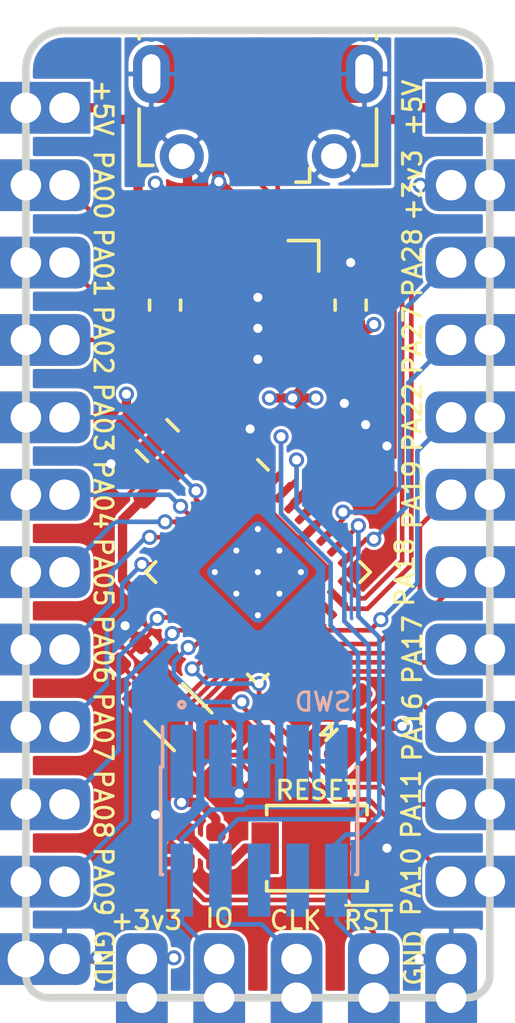
<source format=kicad_pcb>
(kicad_pcb (version 20171130) (host pcbnew "(5.1.9)-1")
  (title_block (title atsamd21e18a) (date 2020-11-09) (rev 2020-04) (company fourside.io))
  (layers (0 F.Cu signal) (1 In1.Cu power) (2 In2.Cu power) (31 B.Cu signal) (34 B.Paste user) (35 F.Paste user) (36 B.SilkS user) (37 F.SilkS user) (38 B.Mask user) (39 F.Mask user) (44 Edge.Cuts user))
  (net 0 "")
  (net 1 +3V3)
  (net 2 GND)
  (net 3 /VDDANA)
  (net 4 +5V)
  (net 5 /PA14)
  (net 6 /PA15)
  (net 7 /~RESET)
  (net 8 "Net-(D1-Pad2)")
  (net 9 /USB_D+)
  (net 10 /USB_D-)
  (net 11 /PA11)
  (net 12 /PA10)
  (net 13 /PA09)
  (net 14 /PA08)
  (net 15 /PA07)
  (net 16 /PA06)
  (net 17 /PA05)
  (net 18 /PA04)
  (net 19 /PA03)
  (net 20 /PA02)
  (net 21 /PA01)
  (net 22 /PA00)
  (net 23 /PA16)
  (net 24 /PA17)
  (net 25 /PA18)
  (net 26 /PA19)
  (net 27 /PA22)
  (net 28 /PA27)
  (net 29 /PA28)
  (net 30 /SWD_CLK)
  (net 31 /SWD_IO)
  (net 32 "Net-(J4-Pad8)")
  (net 33 "Net-(J4-Pad7)")
  (net 34 "Net-(J4-Pad6)")
  (net 35 "Net-(R2-Pad1)")
  (net 36 "Net-(U1-Pad3)")
  (net 37 /VDDCORE)
  (net 38 /PA23)
  (net 39 "Net-(J1-Pad4)")
  (net 40 /USB_SHIELD)
  (module LED_SMD:LED_0805_2012Metric (layer F.Cu) (at 37.8 45.8 135)
    (fp_text reference D1 hide)
    (fp_text value PWR_LED)
    (pad 2 smd roundrect (at 0.9375 0 135) (size 0.975 1.4) (layers F.Cu F.Paste F.Mask) (net 8 "Net-(D1-Pad2)"))
    (pad 1 smd roundrect (at -0.9375 0 135) (size 0.975 1.4) (layers F.Cu F.Paste F.Mask) (net 2 GND))
  )
  (module Connector_PinHeader_1.27mm:PinHeader_2x05_P1.27mm_Vertical_SMD (layer B.Cu) (at 35.6 48.8 270)
    (fp_text reference J4 hide)
    (fp_text value SWD_1.27)
    (pad 10 smd rect (at 1.95 -2.54 270) (size 2.4 0.74) (layers B.Cu B.Paste B.Mask) (net 7 /~RESET))
    (pad 9 smd rect (at -1.95 -2.54 270) (size 2.4 0.74) (layers B.Cu B.Paste B.Mask) (net 2 GND))
    (pad 8 smd rect (at 1.95 -1.27 270) (size 2.4 0.74) (layers B.Cu B.Paste B.Mask) (net 32 "Net-(J4-Pad8)"))
    (pad 7 smd rect (at -1.95 -1.27 270) (size 2.4 0.74) (layers B.Cu B.Paste B.Mask) (net 33 "Net-(J4-Pad7)"))
    (pad 6 smd rect (at 1.95 0 270) (size 2.4 0.74) (layers B.Cu B.Paste B.Mask) (net 34 "Net-(J4-Pad6)"))
    (pad 5 smd rect (at -1.95 0 270) (size 2.4 0.74) (layers B.Cu B.Paste B.Mask) (net 2 GND))
    (pad 4 smd rect (at 1.95 1.27 270) (size 2.4 0.74) (layers B.Cu B.Paste B.Mask) (net 30 /SWD_CLK))
    (pad 3 smd rect (at -1.95 1.27 270) (size 2.4 0.74) (layers B.Cu B.Paste B.Mask) (net 2 GND))
    (pad 2 smd rect (at 1.95 2.54 270) (size 2.4 0.74) (layers B.Cu B.Paste B.Mask) (net 31 /SWD_IO))
    (pad 1 smd rect (at -1.95 2.54 270) (size 2.4 0.74) (layers B.Cu B.Paste B.Mask) (net 1 +3V3))
  )
  (module Crystal:Crystal_SMD_3215-2Pin_3.2x1.5mm (layer F.Cu) (at 32.95 45.4 135)
    (fp_text reference Y1 hide)
    (fp_text value ABS07-32.768KHZ)
    (pad 2 smd rect (at -1.25 0 135) (size 1 1.8) (layers F.Cu F.Paste F.Mask) (net 6 /PA15))
    (pad 1 smd rect (at 1.25 0 135) (size 1 1.8) (layers F.Cu F.Paste F.Mask) (net 5 /PA14))
  )
  (module Connector_PinHeader_2.54mm:PinHeader_1x04_P2.54mm_Vertical (layer F.Cu) (at 31.75 53.34 90)
    (fp_text reference J5 hide)
    (fp_text value SWD_2.54)
    (pad 4 thru_hole roundrect (at 0 7.62 90) (size 1.7 1.7) (drill 1) (layers *.Cu *.Mask) (net 7 /~RESET))
    (pad 3 thru_hole roundrect (at 0 5.08 90) (size 1.7 1.7) (drill 1) (layers *.Cu *.Mask) (net 30 /SWD_CLK))
    (pad 2 thru_hole roundrect (at 0 2.54 90) (size 1.7 1.7) (drill 1) (layers *.Cu *.Mask) (net 31 /SWD_IO))
    (pad 1 thru_hole roundrect (at 0 0 90) (size 1.7 1.7) (drill 1) (layers *.Cu *.Mask) (net 1 +3V3))
    (pad 3 thru_hole rect (at -1.27 5.08 90) (size 1.7 1.7) (drill 1) (layers *.Cu *.Mask) (net 30 /SWD_CLK))
    (pad 4 thru_hole rect (at -1.27 7.62 90) (size 1.7 1.7) (drill 1) (layers *.Cu *.Mask) (net 7 /~RESET))
    (pad 2 thru_hole rect (at -1.27 2.54 90) (size 1.7 1.7) (drill 1) (layers *.Cu *.Mask) (net 31 /SWD_IO))
    (pad 1 thru_hole rect (at -1.27 0 90) (size 1.7 1.7) (drill 1) (layers *.Cu *.Mask) (net 1 +3V3))
  )
  (module Connector_PinHeader_2.54mm:PinHeader_1x12_P2.54mm_Vertical (layer B.Cu) (at 41.91 25.4 180)
    (fp_text reference J3 hide)
    (fp_text value B)
    (pad 12 thru_hole roundrect (at 0 -27.94 180) (size 1.7 1.7) (drill 1) (layers *.Cu *.Mask) (net 2 GND))
    (pad 11 thru_hole roundrect (at 0 -25.4 180) (size 1.7 1.7) (drill 1) (layers *.Cu *.Mask) (net 12 /PA10))
    (pad 10 thru_hole roundrect (at 0 -22.86 180) (size 1.7 1.7) (drill 1) (layers *.Cu *.Mask) (net 11 /PA11))
    (pad 9 thru_hole roundrect (at 0 -20.32 180) (size 1.7 1.7) (drill 1) (layers *.Cu *.Mask) (net 23 /PA16))
    (pad 8 thru_hole roundrect (at 0 -17.78 180) (size 1.7 1.7) (drill 1) (layers *.Cu *.Mask) (net 24 /PA17))
    (pad 7 thru_hole roundrect (at 0 -15.24 180) (size 1.7 1.7) (drill 1) (layers *.Cu *.Mask) (net 25 /PA18))
    (pad 6 thru_hole roundrect (at 0 -12.7 180) (size 1.7 1.7) (drill 1) (layers *.Cu *.Mask) (net 26 /PA19))
    (pad 5 thru_hole roundrect (at 0 -10.16 180) (size 1.7 1.7) (drill 1) (layers *.Cu *.Mask) (net 27 /PA22))
    (pad 4 thru_hole roundrect (at 0 -7.62 180) (size 1.7 1.7) (drill 1) (layers *.Cu *.Mask) (net 28 /PA27))
    (pad 3 thru_hole roundrect (at 0 -5.08 180) (size 1.7 1.7) (drill 1) (layers *.Cu *.Mask) (net 29 /PA28))
    (pad 2 thru_hole roundrect (at 0 -2.54 180) (size 1.7 1.7) (drill 1) (layers *.Cu *.Mask) (net 1 +3V3))
    (pad 1 thru_hole rect (at 0 0 180) (size 1.7 1.7) (drill 1) (layers *.Cu *.Mask) (net 4 +5V))
    (pad 7 thru_hole rect (at -1.27 -15.24 180) (size 1.7 1.7) (drill 1) (layers *.Cu *.Mask) (net 25 /PA18))
    (pad 5 thru_hole rect (at -1.27 -10.16 180) (size 1.7 1.7) (drill 1) (layers *.Cu *.Mask) (net 27 /PA22))
    (pad 4 thru_hole rect (at -1.27 -7.62 180) (size 1.7 1.7) (drill 1) (layers *.Cu *.Mask) (net 28 /PA27))
    (pad 11 thru_hole rect (at -1.27 -25.4 180) (size 1.7 1.7) (drill 1) (layers *.Cu *.Mask) (net 12 /PA10))
    (pad 6 thru_hole rect (at -1.27 -12.7 180) (size 1.7 1.7) (drill 1) (layers *.Cu *.Mask) (net 26 /PA19))
    (pad 3 thru_hole rect (at -1.27 -5.08 180) (size 1.7 1.7) (drill 1) (layers *.Cu *.Mask) (net 29 /PA28))
    (pad 9 thru_hole rect (at -1.27 -20.32 180) (size 1.7 1.7) (drill 1) (layers *.Cu *.Mask) (net 23 /PA16))
    (pad 8 thru_hole rect (at -1.27 -17.78 180) (size 1.7 1.7) (drill 1) (layers *.Cu *.Mask) (net 24 /PA17))
    (pad 2 thru_hole rect (at -1.27 -2.54 180) (size 1.7 1.7) (drill 1) (layers *.Cu *.Mask) (net 1 +3V3))
    (pad 10 thru_hole rect (at -1.27 -22.86 180) (size 1.7 1.7) (drill 1) (layers *.Cu *.Mask) (net 11 /PA11))
    (pad 1 thru_hole rect (at -1.27 0 180) (size 1.7 1.7) (drill 1) (layers *.Cu *.Mask) (net 4 +5V))
    (pad 12 thru_hole rect (at 0 -29.21 180) (size 1.7 1.7) (drill 1) (layers *.Cu *.Mask) (net 2 GND))
  )
  (module Connector_PinHeader_2.54mm:PinHeader_1x12_P2.54mm_Vertical (layer B.Cu) (at 29.21 25.4 180)
    (fp_text reference J2 hide)
    (fp_text value A)
    (pad 12 thru_hole rect (at 1.27 -27.94 180) (size 1.7 1.7) (drill 1.2) (layers *.Cu *.Mask) (net 2 GND))
    (pad 11 thru_hole rect (at 1.27 -25.4 180) (size 1.7 1.7) (drill 1) (layers *.Cu *.Mask) (net 13 /PA09))
    (pad 10 thru_hole rect (at 1.27 -22.86 180) (size 1.7 1.7) (drill 1) (layers *.Cu *.Mask) (net 14 /PA08))
    (pad 9 thru_hole rect (at 1.27 -20.32 180) (size 1.7 1.7) (drill 1) (layers *.Cu *.Mask) (net 15 /PA07))
    (pad 8 thru_hole rect (at 1.27 -17.78 180) (size 1.7 1.7) (drill 1) (layers *.Cu *.Mask) (net 16 /PA06))
    (pad 7 thru_hole rect (at 1.27 -15.24 180) (size 1.7 1.7) (drill 1) (layers *.Cu *.Mask) (net 17 /PA05))
    (pad 6 thru_hole rect (at 1.27 -12.7 180) (size 1.7 1.7) (drill 1) (layers *.Cu *.Mask) (net 18 /PA04))
    (pad 5 thru_hole rect (at 1.27 -10.16 180) (size 1.7 1.7) (drill 1) (layers *.Cu *.Mask) (net 19 /PA03))
    (pad 4 thru_hole rect (at 1.27 -7.62 180) (size 1.7 1.7) (drill 1) (layers *.Cu *.Mask) (net 20 /PA02))
    (pad 3 thru_hole rect (at 1.27 -5.08 180) (size 1.7 1.7) (drill 1) (layers *.Cu *.Mask) (net 21 /PA01))
    (pad 2 thru_hole rect (at 1.27 -2.54 180) (size 1.7 1.7) (drill 1) (layers *.Cu *.Mask) (net 22 /PA00))
    (pad 1 thru_hole rect (at 1.27 0 180) (size 1.7 1.7) (drill 1) (layers *.Cu *.Mask) (net 4 +5V))
    (pad 1 thru_hole rect (at 0 0 180) (size 1.7 1.7) (drill 1) (layers *.Cu *.Mask) (net 4 +5V))
    (pad 7 thru_hole roundrect (at 0 -15.24 180) (size 1.7 1.7) (drill 1) (layers *.Cu *.Mask) (net 17 /PA05))
    (pad 8 thru_hole roundrect (at 0 -17.78 180) (size 1.7 1.7) (drill 1) (layers *.Cu *.Mask) (net 16 /PA06))
    (pad 5 thru_hole roundrect (at 0 -10.16 180) (size 1.7 1.7) (drill 1) (layers *.Cu *.Mask) (net 19 /PA03))
    (pad 6 thru_hole roundrect (at 0 -12.7 180) (size 1.7 1.7) (drill 1) (layers *.Cu *.Mask) (net 18 /PA04))
    (pad 12 thru_hole roundrect (at 0 -27.94 180) (size 1.7 1.7) (drill 1) (layers *.Cu *.Mask) (net 2 GND))
    (pad 3 thru_hole roundrect (at 0 -5.08 180) (size 1.7 1.7) (drill 1) (layers *.Cu *.Mask) (net 21 /PA01))
    (pad 10 thru_hole roundrect (at 0 -22.86 180) (size 1.7 1.7) (drill 1) (layers *.Cu *.Mask) (net 14 /PA08))
    (pad 11 thru_hole roundrect (at 0 -25.4 180) (size 1.7 1.7) (drill 1) (layers *.Cu *.Mask) (net 13 /PA09))
    (pad 2 thru_hole roundrect (at 0 -2.54 180) (size 1.7 1.7) (drill 1) (layers *.Cu *.Mask) (net 22 /PA00))
    (pad 4 thru_hole roundrect (at 0 -7.62 180) (size 1.7 1.7) (drill 1) (layers *.Cu *.Mask) (net 20 /PA02))
    (pad 9 thru_hole roundrect (at 0 -20.32 180) (size 1.7 1.7) (drill 1) (layers *.Cu *.Mask) (net 15 /PA07))
  )
  (module Button_Switch_SMD:SW_SPST_B3U-1000P (layer F.Cu) (at 37.5 49.7)
    (fp_text reference SW1 hide)
    (fp_text value RESET)
    (pad 2 smd rect (at 1.7 0) (size 0.9 1.7) (layers F.Cu F.Paste F.Mask) (net 2 GND))
    (pad 1 smd rect (at -1.7 0) (size 0.9 1.7) (layers F.Cu F.Paste F.Mask) (net 35 "Net-(R2-Pad1)"))
  )
  (module Resistor_SMD:R_0402_1005Metric (layer F.Cu) (at 32.766 28.702)
    (fp_text reference R4 hide)
    (fp_text value 100k)
    (pad 2 smd roundrect (at 0.485 0) (size 0.59 0.64) (layers F.Cu F.Paste F.Mask) (net 40 /USB_SHIELD))
    (pad 1 smd roundrect (at -0.485 0) (size 0.59 0.64) (layers F.Cu F.Paste F.Mask) (net 2 GND))
  )
  (module Capacitor_SMD:C_0402_1005Metric (layer F.Cu) (at 34.671 28.702 180)
    (fp_text reference C10 hide)
    (fp_text value 0.01u)
    (pad 2 smd roundrect (at 0.485 0 180) (size 0.59 0.64) (layers F.Cu F.Paste F.Mask) (net 40 /USB_SHIELD))
    (pad 1 smd roundrect (at -0.485 0 180) (size 0.59 0.64) (layers F.Cu F.Paste F.Mask) (net 2 GND))
  )
  (module jkiv-library:SOT89-5 (layer F.Cu) (at 35.56 32.258 180)
    (fp_text reference U1 hide)
    (fp_text value AP7361C_SOT-89-5)
    (pad 2 smd roundrect (at 0 -0.45 180) (size 1.93 3) (layers F.Cu F.Paste F.Mask) (net 2 GND))
    (pad 4 smd roundrect (at 1.5 -1.65 180) (size 0.68 1.2) (layers F.Cu F.Paste F.Mask) (net 4 +5V))
    (pad 2 smd roundrect (at 0 -1.5 180) (size 1.93 1) (layers F.Cu F.Paste F.Mask) (net 2 GND))
    (pad 5 smd roundrect (at -1.5 -1.65 180) (size 0.68 1.2) (layers F.Cu F.Paste F.Mask) (net 1 +3V3))
    (pad 1 smd roundrect (at -1.5 1.65 180) (size 0.68 1.2) (layers F.Cu F.Paste F.Mask) (net 4 +5V))
    (pad 2 smd roundrect (at 0 1.45 180) (size 0.68 1.6) (layers F.Cu F.Paste F.Mask) (net 2 GND))
    (pad 3 smd roundrect (at 1.5 1.65 180) (size 0.68 1.2) (layers F.Cu F.Paste F.Mask) (net 36 "Net-(U1-Pad3)"))
  )
  (module Resistor_SMD:R_0402_1005Metric (layer F.Cu) (at 34.182 49.658 270)
    (fp_text reference R3 hide)
    (fp_text value 1k)
    (pad 2 smd roundrect (at 0.485 0 270) (size 0.59 0.64) (layers F.Cu F.Paste F.Mask) (net 35 "Net-(R2-Pad1)"))
    (pad 1 smd roundrect (at -0.485 0 270) (size 0.59 0.64) (layers F.Cu F.Paste F.Mask) (net 1 +3V3))
  )
  (module Resistor_SMD:R_0402_1005Metric (layer F.Cu) (at 33.166 49.658 270)
    (fp_text reference R2 hide)
    (fp_text value 1k)
    (pad 2 smd roundrect (at 0.485 0 270) (size 0.59 0.64) (layers F.Cu F.Paste F.Mask) (net 7 /~RESET))
    (pad 1 smd roundrect (at -0.485 0 270) (size 0.59 0.64) (layers F.Cu F.Paste F.Mask) (net 35 "Net-(R2-Pad1)"))
  )
  (module Resistor_SMD:R_0402_1005Metric (layer F.Cu) (at 39.3 45 135)
    (fp_text reference R1 hide)
    (fp_text value 4k7)
    (pad 1 smd roundrect (at -0.485 0 135) (size 0.59 0.64) (layers F.Cu F.Paste F.Mask) (net 1 +3V3))
    (pad 2 smd roundrect (at 0.485 0 135) (size 0.59 0.64) (layers F.Cu F.Paste F.Mask) (net 8 "Net-(D1-Pad2)"))
  )
  (module Capacitor_SMD:C_0402_1005Metric (layer F.Cu) (at 32.15 49.658 90)
    (fp_text reference C9 hide)
    (fp_text value 0.1u)
    (pad 2 smd roundrect (at 0.485 0 90) (size 0.59 0.64) (layers F.Cu F.Paste F.Mask) (net 2 GND))
    (pad 1 smd roundrect (at -0.485 0 90) (size 0.59 0.64) (layers F.Cu F.Paste F.Mask) (net 7 /~RESET))
  )
  (module Capacitor_SMD:C_0402_1005Metric (layer F.Cu) (at 35.052 46.99 225)
    (fp_text reference C8 hide)
    (fp_text value 22p)
    (pad 2 smd roundrect (at 0.485 0 225) (size 0.59 0.64) (layers F.Cu F.Paste F.Mask) (net 2 GND))
    (pad 1 smd roundrect (at -0.485 0 225) (size 0.59 0.64) (layers F.Cu F.Paste F.Mask) (net 6 /PA15))
  )
  (module Capacitor_SMD:C_0402_1005Metric (layer F.Cu) (at 31.369 43.307 45)
    (fp_text reference C7 hide)
    (fp_text value 22p)
    (pad 2 smd roundrect (at 0.485 0 45) (size 0.59 0.64) (layers F.Cu F.Paste F.Mask) (net 2 GND))
    (pad 1 smd roundrect (at -0.485 0 45) (size 0.59 0.64) (layers F.Cu F.Paste F.Mask) (net 5 /PA14))
  )
  (module Capacitor_SMD:C_0603_1608Metric (layer F.Cu) (at 38.608 31.877 90)
    (fp_text reference C6 hide)
    (fp_text value 4.7u)
    (pad 2 smd roundrect (at 0.7875 0 90) (size 0.875 0.95) (layers F.Cu F.Paste F.Mask) (net 2 GND))
    (pad 1 smd roundrect (at -0.7875 0 90) (size 0.875 0.95) (layers F.Cu F.Paste F.Mask) (net 1 +3V3))
  )
  (module Capacitor_SMD:C_0402_1005Metric (layer F.Cu) (at 37.7317 35.9283 225)
    (fp_text reference C5 hide)
    (fp_text value 0.1u)
    (pad 2 smd roundrect (at 0.485 0 225) (size 0.59 0.64) (layers F.Cu F.Paste F.Mask) (net 1 +3V3))
    (pad 1 smd roundrect (at -0.485 0 225) (size 0.59 0.64) (layers F.Cu F.Paste F.Mask) (net 2 GND))
  )
  (module Capacitor_SMD:C_0402_1005Metric (layer F.Cu) (at 31.496 37.846 315)
    (fp_text reference C4 hide)
    (fp_text value 0.1u)
    (pad 2 smd roundrect (at 0.485 0 315) (size 0.59 0.64) (layers F.Cu F.Paste F.Mask) (net 3 /VDDANA))
    (pad 1 smd roundrect (at -0.485 0 315) (size 0.59 0.64) (layers F.Cu F.Paste F.Mask) (net 2 GND))
  )
  (module Capacitor_SMD:C_0402_1005Metric (layer F.Cu) (at 38.4937 36.6903 225)
    (fp_text reference C3 hide)
    (fp_text value 0.1u)
    (pad 2 smd roundrect (at 0.485 0 225) (size 0.59 0.64) (layers F.Cu F.Paste F.Mask) (net 37 /VDDCORE))
    (pad 1 smd roundrect (at -0.485 0 225) (size 0.59 0.64) (layers F.Cu F.Paste F.Mask) (net 2 GND))
  )
  (module Capacitor_SMD:C_0402_1005Metric (layer F.Cu) (at 39.2557 37.4523 225)
    (fp_text reference C2 hide)
    (fp_text value 1u)
    (pad 2 smd roundrect (at 0.485 0 225) (size 0.59 0.64) (layers F.Cu F.Paste F.Mask) (net 37 /VDDCORE))
    (pad 1 smd roundrect (at -0.485 0 225) (size 0.59 0.64) (layers F.Cu F.Paste F.Mask) (net 2 GND))
  )
  (module Capacitor_SMD:C_0603_1608Metric (layer F.Cu) (at 32.512 31.877 90)
    (fp_text reference C1 hide)
    (fp_text value 4.7u)
    (pad 2 smd roundrect (at 0.7875 0 90) (size 0.875 0.95) (layers F.Cu F.Paste F.Mask) (net 2 GND))
    (pad 1 smd roundrect (at -0.7875 0 90) (size 0.875 0.95) (layers F.Cu F.Paste F.Mask) (net 4 +5V))
  )
  (module Package_DFN_QFN:QFN-32-1EP_5x5mm_P0.5mm_EP3.6x3.6mm_ThermalVias (layer F.Cu) (at 35.56 40.64 315)
    (fp_text reference U2 hide)
    (fp_text value ATSAMD21E)
    (pad 33 smd roundrect (at 0 0 315) (size 3.6 3.6) (layers F.Cu F.Mask) (roundrect_rratio 0.06944400000000001) (net 2 GND))
    (pad 33 thru_hole circle (at -1 -1 315) (size 0.5 0.5) (drill 0.2) (layers *.Cu) (net 2 GND))
    (pad 33 thru_hole circle (at 0 -1 315) (size 0.5 0.5) (drill 0.2) (layers *.Cu) (net 2 GND))
    (pad 33 thru_hole circle (at 1 -1 315) (size 0.5 0.5) (drill 0.2) (layers *.Cu) (net 2 GND))
    (pad 33 thru_hole circle (at -1 0 315) (size 0.5 0.5) (drill 0.2) (layers *.Cu) (net 2 GND))
    (pad 33 thru_hole circle (at 0 0 315) (size 0.5 0.5) (drill 0.2) (layers *.Cu) (net 2 GND))
    (pad 33 thru_hole circle (at 1 0 315) (size 0.5 0.5) (drill 0.2) (layers *.Cu) (net 2 GND))
    (pad 33 thru_hole circle (at -1 1 315) (size 0.5 0.5) (drill 0.2) (layers *.Cu) (net 2 GND))
    (pad 33 thru_hole circle (at 0 1 315) (size 0.5 0.5) (drill 0.2) (layers *.Cu) (net 2 GND))
    (pad 33 thru_hole circle (at 1 1 315) (size 0.5 0.5) (drill 0.2) (layers *.Cu) (net 2 GND))
    (pad 33 smd roundrect (at 0 0 315) (size 2.5 2.5) (layers B.Cu) (roundrect_rratio 0.1) (net 2 GND))
    (pad 1 smd roundrect (at -2.45 -1.75 315) (size 0.8 0.25) (layers F.Cu F.Paste F.Mask) (net 22 /PA00))
    (pad 2 smd roundrect (at -2.45 -1.25 315) (size 0.8 0.25) (layers F.Cu F.Paste F.Mask) (net 21 /PA01))
    (pad 3 smd roundrect (at -2.45 -0.75 315) (size 0.8 0.25) (layers F.Cu F.Paste F.Mask) (net 20 /PA02))
    (pad 4 smd roundrect (at -2.45 -0.25 315) (size 0.8 0.25) (layers F.Cu F.Paste F.Mask) (net 19 /PA03))
    (pad 5 smd roundrect (at -2.45 0.25 315) (size 0.8 0.25) (layers F.Cu F.Paste F.Mask) (net 18 /PA04))
    (pad 6 smd roundrect (at -2.45 0.75 315) (size 0.8 0.25) (layers F.Cu F.Paste F.Mask) (net 17 /PA05))
    (pad 7 smd roundrect (at -2.45 1.25 315) (size 0.8 0.25) (layers F.Cu F.Paste F.Mask) (net 16 /PA06))
    (pad 8 smd roundrect (at -2.45 1.75 315) (size 0.8 0.25) (layers F.Cu F.Paste F.Mask) (net 15 /PA07))
    (pad 9 smd roundrect (at -1.75 2.45 315) (size 0.25 0.8) (layers F.Cu F.Paste F.Mask) (net 3 /VDDANA))
    (pad 10 smd roundrect (at -1.25 2.45 315) (size 0.25 0.8) (layers F.Cu F.Paste F.Mask) (net 2 GND))
    (pad 11 smd roundrect (at -0.75 2.45 315) (size 0.25 0.8) (layers F.Cu F.Paste F.Mask) (net 14 /PA08))
    (pad 12 smd roundrect (at -0.25 2.45 315) (size 0.25 0.8) (layers F.Cu F.Paste F.Mask) (net 13 /PA09))
    (pad 13 smd roundrect (at 0.25 2.45 315) (size 0.25 0.8) (layers F.Cu F.Paste F.Mask) (net 12 /PA10))
    (pad 14 smd roundrect (at 0.75 2.45 315) (size 0.25 0.8) (layers F.Cu F.Paste F.Mask) (net 11 /PA11))
    (pad 15 smd roundrect (at 1.25 2.45 315) (size 0.25 0.8) (layers F.Cu F.Paste F.Mask) (net 5 /PA14))
    (pad 16 smd roundrect (at 1.75 2.45 315) (size 0.25 0.8) (layers F.Cu F.Paste F.Mask) (net 6 /PA15))
    (pad 17 smd roundrect (at 2.45 1.75 315) (size 0.8 0.25) (layers F.Cu F.Paste F.Mask) (net 23 /PA16))
    (pad 18 smd roundrect (at 2.45 1.25 315) (size 0.8 0.25) (layers F.Cu F.Paste F.Mask) (net 24 /PA17))
    (pad 19 smd roundrect (at 2.45 0.75 315) (size 0.8 0.25) (layers F.Cu F.Paste F.Mask) (net 25 /PA18))
    (pad 20 smd roundrect (at 2.45 0.25 315) (size 0.8 0.25) (layers F.Cu F.Paste F.Mask) (net 26 /PA19))
    (pad 21 smd roundrect (at 2.45 -0.25 315) (size 0.8 0.25) (layers F.Cu F.Paste F.Mask) (net 27 /PA22))
    (pad 22 smd roundrect (at 2.45 -0.75 315) (size 0.8 0.25) (layers F.Cu F.Paste F.Mask) (net 38 /PA23))
    (pad 23 smd roundrect (at 2.45 -1.25 315) (size 0.8 0.25) (layers F.Cu F.Paste F.Mask) (net 10 /USB_D-))
    (pad 24 smd roundrect (at 2.45 -1.75 315) (size 0.8 0.25) (layers F.Cu F.Paste F.Mask) (net 9 /USB_D+))
    (pad 25 smd roundrect (at 1.75 -2.45 315) (size 0.25 0.8) (layers F.Cu F.Paste F.Mask) (net 28 /PA27))
    (pad 26 smd roundrect (at 1.25 -2.45 315) (size 0.25 0.8) (layers F.Cu F.Paste F.Mask) (net 7 /~RESET))
    (pad 27 smd roundrect (at 0.75 -2.45 315) (size 0.25 0.8) (layers F.Cu F.Paste F.Mask) (net 29 /PA28))
    (pad 28 smd roundrect (at 0.25 -2.45 315) (size 0.25 0.8) (layers F.Cu F.Paste F.Mask) (net 2 GND))
    (pad 29 smd roundrect (at -0.25 -2.45 315) (size 0.25 0.8) (layers F.Cu F.Paste F.Mask) (net 37 /VDDCORE))
    (pad 30 smd roundrect (at -0.75 -2.45 315) (size 0.25 0.8) (layers F.Cu F.Paste F.Mask) (net 1 +3V3))
    (pad 31 smd roundrect (at -1.25 -2.45 315) (size 0.25 0.8) (layers F.Cu F.Paste F.Mask) (net 30 /SWD_CLK))
    (pad 32 smd roundrect (at -1.75 -2.45 315) (size 0.25 0.8) (layers F.Cu F.Paste F.Mask) (net 31 /SWD_IO))
  )
  (module Connector_USB:USB_Micro-B_Molex-105017-0001 (layer F.Cu) (at 35.56 25.527 180)
    (fp_text reference J1 hide)
    (fp_text value USB_B_Micro)
    (pad 6 smd rect (at -2.9 1.2375 180) (size 1.2 1.9) (layers F.Cu F.Mask) (net 40 /USB_SHIELD))
    (pad 6 smd rect (at 2.9 1.2375 180) (size 1.2 1.9) (layers F.Cu F.Mask) (net 40 /USB_SHIELD))
    (pad 6 thru_hole oval (at 3.5 1.2375 180) (size 1.2 1.9) (drill oval 0.6 1.3) (layers *.Cu *.Mask) (net 40 /USB_SHIELD))
    (pad 6 thru_hole oval (at -3.5 1.2375) (size 1.2 1.9) (drill oval 0.6 1.3) (layers *.Cu *.Mask) (net 40 /USB_SHIELD))
    (pad 6 smd rect (at -1 1.2375 180) (size 1.5 1.9) (layers F.Cu F.Paste F.Mask) (net 40 /USB_SHIELD))
    (pad 6 thru_hole circle (at 2.5 -1.4625 180) (size 1.45 1.45) (drill 0.85) (layers *.Cu *.Mask) (net 40 /USB_SHIELD))
    (pad 3 smd rect (at 0 -1.4625 180) (size 0.4 1.35) (layers F.Cu F.Paste F.Mask) (net 9 /USB_D+))
    (pad 4 smd rect (at 0.65 -1.4625 180) (size 0.4 1.35) (layers F.Cu F.Paste F.Mask) (net 39 "Net-(J1-Pad4)"))
    (pad 5 smd rect (at 1.3 -1.4625 180) (size 0.4 1.35) (layers F.Cu F.Paste F.Mask) (net 2 GND))
    (pad 1 smd rect (at -1.3 -1.4625 180) (size 0.4 1.35) (layers F.Cu F.Paste F.Mask) (net 4 +5V))
    (pad 2 smd rect (at -0.65 -1.4625 180) (size 0.4 1.35) (layers F.Cu F.Paste F.Mask) (net 10 /USB_D-))
    (pad 6 thru_hole circle (at -2.5 -1.4625 180) (size 1.45 1.45) (drill 0.85) (layers *.Cu *.Mask) (net 40 /USB_SHIELD))
    (pad 6 smd rect (at 1 1.2375 180) (size 1.5 1.9) (layers F.Cu F.Paste F.Mask) (net 40 /USB_SHIELD))
  )
  (module Inductor_SMD:L_0805_2012Metric (layer F.Cu) (at 32.258 36.322 315)
    (fp_text reference FB1 hide)
    (fp_text value FB)
    (pad 2 smd roundrect (at 0.9375 0 315) (size 0.975 1.4) (layers F.Cu F.Paste F.Mask) (net 3 /VDDANA))
    (pad 1 smd roundrect (at -0.9375 0 315) (size 0.975 1.4) (layers F.Cu F.Paste F.Mask) (net 1 +3V3))
  )
  (gr_arc (start 28.701999 53.848) (end 27.939999 53.848001) (angle -90) (layer Edge.Cuts) (width 0.254))
  (gr_arc (start 42.418 53.848) (end 42.418001 54.61) (angle -90) (layer Edge.Cuts) (width 0.254))
  (gr_arc (start 41.909999 24.13) (end 43.18 24.13) (angle -90) (layer Edge.Cuts) (width 0.254))
  (gr_text RESET (at 37.5 47.8) (layer F.SilkS) (effects (font (size 0.6 0.6) (thickness 0.1))))
  (gr_text SWD (at 37.7 44.9) (layer B.SilkS) (effects (font (size 0.6 0.6) (thickness 0.1)) (justify mirror)))
  (gr_text +3v3 (at 31.9 52.07) (layer F.SilkS) (effects (font (size 0.6 0.6) (thickness 0.1))))
  (gr_text CLK (at 36.8 52.07) (layer F.SilkS) (effects (font (size 0.6 0.6) (thickness 0.1))))
  (gr_text IO (at 34.3 52) (layer F.SilkS) (effects (font (size 0.6 0.6) (thickness 0.1))))
  (gr_text GND (at 40.7 53.3 90) (layer F.SilkS) (effects (font (size 0.6 0.6) (thickness 0.1))))
  (gr_text +5V (at 40.64 25.4 90) (layer F.SilkS) (effects (font (size 0.6 0.6) (thickness 0.1))))
  (gr_text ~RST (at 39.2 52.07) (layer F.SilkS) (effects (font (size 0.6 0.6) (thickness 0.1))))
  (gr_text PA11 (at 40.6 48.26 90) (layer F.SilkS) (effects (font (size 0.6 0.6) (thickness 0.1))))
  (gr_text PA10 (at 40.6 50.8 90) (layer F.SilkS) (effects (font (size 0.6 0.6) (thickness 0.1))))
  (gr_text GND (at 30.5 53.3 270) (layer F.SilkS) (effects (font (size 0.6 0.6) (thickness 0.1))))
  (gr_text +3v3 (at 40.64 27.94 90) (layer F.SilkS) (effects (font (size 0.6 0.6) (thickness 0.1))))
  (gr_text PA27 (at 40.64 33.02 90) (layer F.SilkS) (effects (font (size 0.6 0.6) (thickness 0.1))))
  (gr_text PA17 (at 40.64 43.18 90) (layer F.SilkS) (effects (font (size 0.6 0.6) (thickness 0.1))))
  (gr_text PA16 (at 40.64 45.72 90) (layer F.SilkS) (effects (font (size 0.6 0.6) (thickness 0.1))))
  (gr_text PA18 (at 40.386 40.64 90) (layer F.SilkS) (effects (font (size 0.6 0.6) (thickness 0.1))))
  (gr_text PA28 (at 40.64 30.48 90) (layer F.SilkS) (effects (font (size 0.6 0.6) (thickness 0.1))))
  (gr_text PA19 (at 40.64 38.1 90) (layer F.SilkS) (effects (font (size 0.6 0.6) (thickness 0.1))))
  (gr_text PA22 (at 40.64 35.56 90) (layer F.SilkS) (effects (font (size 0.6 0.6) (thickness 0.1))))
  (gr_text PA09 (at 30.48 50.8 270) (layer F.SilkS) (effects (font (size 0.6 0.6) (thickness 0.1))))
  (gr_text PA08 (at 30.48 48.26 270) (layer F.SilkS) (effects (font (size 0.6 0.6) (thickness 0.1))))
  (gr_text PA07 (at 30.48 45.72 270) (layer F.SilkS) (effects (font (size 0.6 0.6) (thickness 0.1))))
  (gr_text PA06 (at 30.48 43.18 270) (layer F.SilkS) (effects (font (size 0.6 0.6) (thickness 0.1))))
  (gr_text PA05 (at 30.48 40.64 270) (layer F.SilkS) (effects (font (size 0.6 0.6) (thickness 0.1))))
  (gr_text PA04 (at 30.48 38.1 270) (layer F.SilkS) (effects (font (size 0.6 0.6) (thickness 0.1))))
  (gr_text PA03 (at 30.48 35.56 270) (layer F.SilkS) (effects (font (size 0.6 0.6) (thickness 0.1))))
  (gr_text PA02 (at 30.48 33.02 270) (layer F.SilkS) (effects (font (size 0.6 0.6) (thickness 0.1))))
  (gr_text PA01 (at 30.48 30.48 270) (layer F.SilkS) (effects (font (size 0.6 0.6) (thickness 0.1))))
  (gr_text PA00 (at 30.48 27.94 270) (layer F.SilkS) (effects (font (size 0.6 0.6) (thickness 0.1))))
  (gr_text +5V (at 30.48 25.4 270) (layer F.SilkS) (effects (font (size 0.6 0.6) (thickness 0.1))))
  (gr_arc (start 29.21 24.13) (end 29.21 22.86) (angle -90) (layer Edge.Cuts) (width 0.254))
  (gr_line (start 43.18 24.13) (end 43.18 53.848) (layer Edge.Cuts) (width 0.254))
  (gr_line (start 27.939999 53.848001) (end 27.94 24.13) (layer Edge.Cuts) (width 0.254))
  (gr_line (start 42.418001 54.61) (end 28.702 54.61) (layer Edge.Cuts) (width 0.254))
  (gr_line (start 29.21 22.86) (end 41.909999 22.859999) (layer Edge.Cuts) (width 0.254))
  (segment (start 37.06 33.298) (end 37.06 33.908) (width 0.3048) (layer F.Cu) (net 1))
  (segment (start 38.608 32.6645) (end 37.6935 32.6645) (width 0.3048) (layer F.Cu) (net 1))
  (segment (start 37.6935 32.6645) (end 37.06 33.298) (width 0.3048) (layer F.Cu) (net 1))
  (segment (start 36.762082 38.377258) (end 37.388753 37.750587) (width 0.3048) (layer F.Cu) (net 1))
  (via (at 35.941 34.925) (size 0.5) (drill 0.3) (layers F.Cu B.Cu) (net 1))
  (via (at 37.465 34.925) (size 0.5) (drill 0.3) (layers F.Cu B.Cu) (net 1))
  (via (at 36.703 34.925) (size 0.5) (drill 0.3) (layers F.Cu B.Cu) (net 1))
  (segment (start 35.941 34.925) (end 36.703 34.925) (width 0.3048) (layer F.Cu) (net 1))
  (segment (start 37.06 34.568) (end 36.703 34.925) (width 0.3048) (layer F.Cu) (net 1))
  (segment (start 37.06 33.908) (end 37.06 34.568) (width 0.3048) (layer F.Cu) (net 1))
  (segment (start 36.957 35.179) (end 36.703 34.925) (width 0.3048) (layer F.Cu) (net 1))
  (segment (start 37.388753 37.750587) (end 37.388753 36.271247) (width 0.3048) (layer F.Cu) (net 1))
  (segment (start 37.388753 36.271247) (end 36.957 35.839494) (width 0.3048) (layer F.Cu) (net 1))
  (segment (start 36.957 35.839494) (end 36.957 35.179) (width 0.3048) (layer F.Cu) (net 1))
  (segment (start 41.91 27.94) (end 42.87519 27.94) (width 0.1524) (layer F.Cu) (net 1))
  (via (at 32.8 53.3) (size 0.5) (drill 0.3) (layers F.Cu B.Cu) (net 1))
  (segment (start 32.76 53.34) (end 32.8 53.3) (width 0.3048) (layer F.Cu) (net 1))
  (segment (start 31.75 53.34) (end 32.76 53.34) (width 0.3048) (layer F.Cu) (net 1))
  (via (at 33.05 48.2) (size 0.5) (drill 0.3) (layers F.Cu B.Cu) (net 1))
  (segment (start 33.06 48.19) (end 33.05 48.2) (width 0.3048) (layer B.Cu) (net 1))
  (segment (start 33.06 46.85) (end 33.06 48.19) (width 0.3048) (layer B.Cu) (net 1))
  (segment (start 34.182 49.173) (end 34.182 48.732) (width 0.3048) (layer F.Cu) (net 1))
  (segment (start 33.65 48.2) (end 33.05 48.2) (width 0.3048) (layer F.Cu) (net 1))
  (segment (start 34.182 48.732) (end 33.65 48.2) (width 0.3048) (layer F.Cu) (net 1))
  (segment (start 31.75 53.34) (end 31.75 54.22899) (width 0.3048) (layer F.Cu) (net 1))
  (via (at 39.37 32.511994) (size 0.5) (drill 0.3) (layers F.Cu B.Cu) (net 1))
  (segment (start 38.608 32.6645) (end 39.217494 32.6645) (width 0.3048) (layer F.Cu) (net 1))
  (segment (start 39.217494 32.6645) (end 39.37 32.511994) (width 0.3048) (layer F.Cu) (net 1))
  (via (at 40.893998 27.94) (size 0.5) (drill 0.3) (layers F.Cu B.Cu) (net 1))
  (segment (start 41.91 27.94) (end 40.893998 27.94) (width 0.3048) (layer F.Cu) (net 1))
  (via (at 31.242 34.798006) (size 0.5) (drill 0.3) (layers F.Cu B.Cu) (net 1))
  (segment (start 31.242 35.306) (end 31.242 34.798006) (width 0.3048) (layer F.Cu) (net 1))
  (segment (start 31.595087 35.659087) (end 31.242 35.306) (width 0.3048) (layer F.Cu) (net 1))
  (segment (start 37.465 34.925) (end 36.703 34.925) (width 0.3048) (layer F.Cu) (net 1))
  (via (at 40.3 45.7) (size 0.5) (drill 0.3) (layers F.Cu B.Cu) (net 1))
  (segment (start 39.642947 45.342947) (end 40 45.7) (width 0.3048) (layer F.Cu) (net 1))
  (segment (start 40 45.7) (end 40.3 45.7) (width 0.3048) (layer F.Cu) (net 1))
  (via (at 40.86 53.34) (size 0.5) (drill 0.3) (layers F.Cu B.Cu) (net 2))
  (via (at 32.1945 27.8765) (size 0.5) (drill 0.3) (layers F.Cu B.Cu) (net 2))
  (via (at 35.56 33.655) (size 0.5) (drill 0.3) (layers F.Cu B.Cu) (net 2))
  (via (at 35.56 32.639) (size 0.5) (drill 0.3) (layers F.Cu B.Cu) (net 2))
  (segment (start 35.913553 40.64) (end 35.56 40.64) (width 0.3048) (layer F.Cu) (net 2))
  (segment (start 37.469188 39.084365) (end 35.913553 40.64) (width 0.3048) (layer F.Cu) (net 2))
  (segment (start 33.792233 40.64) (end 35.56 40.64) (width 0.3048) (layer F.Cu) (net 2))
  (segment (start 32.943705 41.488528) (end 33.792233 40.64) (width 0.3048) (layer F.Cu) (net 2))
  (via (at 31.2 42.4) (size 0.5) (drill 0.3) (layers F.Cu B.Cu) (net 2))
  (via (at 35.306 35.941) (size 0.5) (drill 0.3) (layers F.Cu B.Cu) (net 2))
  (via (at 35.56 31.623) (size 0.5) (drill 0.3) (layers F.Cu B.Cu) (net 2))
  (segment (start 34.26 27.806) (end 34.26 26.9895) (width 0.3048) (layer F.Cu) (net 2))
  (segment (start 35.156 28.702) (end 34.2785 27.8245) (width 0.3048) (layer F.Cu) (net 2))
  (segment (start 32.281 27.963) (end 32.1945 27.8765) (width 0.3048) (layer F.Cu) (net 2))
  (segment (start 32.281 28.702) (end 32.281 27.963) (width 0.3048) (layer F.Cu) (net 2))
  (segment (start 34.2785 27.8245) (end 34.26 27.806) (width 0.3048) (layer F.Cu) (net 2))
  (via (at 34.2785 27.8245) (size 0.5) (drill 0.3) (layers F.Cu B.Cu) (net 2))
  (segment (start 32.444499 28.126499) (end 32.1945 27.8765) (width 0.3048) (layer B.Cu) (net 2))
  (segment (start 34.2785 27.8245) (end 33.976501 28.126499) (width 0.3048) (layer B.Cu) (net 2))
  (segment (start 33.976501 28.126499) (end 32.444499 28.126499) (width 0.3048) (layer B.Cu) (net 2))
  (segment (start 31.711947 42.911947) (end 31.2 42.4) (width 0.3048) (layer F.Cu) (net 2))
  (segment (start 31.711947 42.964053) (end 31.711947 42.911947) (width 0.3048) (layer F.Cu) (net 2))
  (segment (start 32.920913 37.106981) (end 31.838947 38.188947) (width 0.3048) (layer F.Cu) (net 3))
  (segment (start 32.920913 36.984913) (end 32.920913 37.106981) (width 0.3048) (layer F.Cu) (net 3))
  (segment (start 32.323127 41.402) (end 32.590152 41.134975) (width 0.3048) (layer F.Cu) (net 3))
  (segment (start 31.623 41.402) (end 32.323127 41.402) (width 0.3048) (layer F.Cu) (net 3))
  (segment (start 31.115 40.894) (end 31.623 41.402) (width 0.3048) (layer F.Cu) (net 3))
  (segment (start 31.838947 38.188947) (end 31.115 38.912894) (width 0.3048) (layer F.Cu) (net 3))
  (segment (start 31.115 38.912894) (end 31.115 40.894) (width 0.3048) (layer F.Cu) (net 3))
  (segment (start 30.3648 25.4) (end 29.21 25.4) (width 0.3048) (layer F.Cu) (net 4))
  (segment (start 30.7458 25.781) (end 30.3648 25.4) (width 0.3048) (layer F.Cu) (net 4))
  (segment (start 36.510822 25.781) (end 30.7458 25.781) (width 0.3048) (layer F.Cu) (net 4))
  (segment (start 36.86 26.9895) (end 36.86 26.130178) (width 0.3048) (layer F.Cu) (net 4))
  (segment (start 36.86 26.130178) (end 36.510822 25.781) (width 0.3048) (layer F.Cu) (net 4))
  (segment (start 34.06 33.908) (end 34.06 33.044) (width 0.3048) (layer F.Cu) (net 4))
  (segment (start 33.6805 32.6645) (end 32.512 32.6645) (width 0.3048) (layer F.Cu) (net 4))
  (segment (start 34.06 33.044) (end 33.6805 32.6645) (width 0.3048) (layer F.Cu) (net 4))
  (segment (start 32.131 25.781) (end 33.274 25.781) (width 0.3048) (layer F.Cu) (net 4))
  (segment (start 31.623 26.289) (end 32.131 25.781) (width 0.3048) (layer F.Cu) (net 4))
  (segment (start 31.623 29.464) (end 31.623 26.289) (width 0.3048) (layer F.Cu) (net 4))
  (segment (start 31.623 32.3505) (end 31.623 29.464) (width 0.3048) (layer F.Cu) (net 4))
  (segment (start 32.512 32.6645) (end 31.937 32.6645) (width 0.3048) (layer F.Cu) (net 4))
  (segment (start 31.937 32.6645) (end 31.623 32.3505) (width 0.3048) (layer F.Cu) (net 4))
  (segment (start 31.75 29.591) (end 31.623 29.464) (width 0.3048) (layer F.Cu) (net 4))
  (segment (start 36.743 29.591) (end 31.75 29.591) (width 0.3048) (layer F.Cu) (net 4))
  (segment (start 37.06 30.608) (end 37.06 29.908) (width 0.3048) (layer F.Cu) (net 4))
  (segment (start 37.06 29.908) (end 36.743 29.591) (width 0.3048) (layer F.Cu) (net 4))
  (segment (start 40.7552 25.4) (end 41.91 25.4) (width 0.3048) (layer F.Cu) (net 4))
  (segment (start 40.3742 25.781) (end 40.7552 25.4) (width 0.3048) (layer F.Cu) (net 4))
  (segment (start 36.510822 25.781) (end 40.3742 25.781) (width 0.3048) (layer F.Cu) (net 4))
  (segment (start 34.711472 43.256295) (end 32.967767 45) (width 0.1524) (layer F.Cu) (net 5))
  (segment (start 32.55 45) (end 32.066117 44.516117) (width 0.1524) (layer F.Cu) (net 5))
  (segment (start 32.967767 45) (end 32.55 45) (width 0.1524) (layer F.Cu) (net 5))
  (segment (start 31.892223 44.516117) (end 31.026053 43.649947) (width 0.1524) (layer F.Cu) (net 5))
  (segment (start 32.066117 44.516117) (end 31.892223 44.516117) (width 0.1524) (layer F.Cu) (net 5))
  (segment (start 34.197053 46.647053) (end 33.833883 46.283883) (width 0.1524) (layer F.Cu) (net 6))
  (segment (start 35.394947 46.647053) (end 34.197053 46.647053) (width 0.1524) (layer F.Cu) (net 6))
  (segment (start 33.35 45.8) (end 33.833883 46.283883) (width 0.1524) (layer F.Cu) (net 6))
  (segment (start 33.35 45.324873) (end 33.35 45.8) (width 0.1524) (layer F.Cu) (net 6))
  (segment (start 35.065025 43.609848) (end 33.35 45.324873) (width 0.1524) (layer F.Cu) (net 6))
  (via (at 38.862 39.116) (size 0.5) (drill 0.3) (layers F.Cu B.Cu) (net 7))
  (segment (start 38.186528 39.791472) (end 38.862 39.116) (width 0.1524) (layer F.Cu) (net 7))
  (segment (start 38.176295 39.791472) (end 38.186528 39.791472) (width 0.1524) (layer F.Cu) (net 7))
  (segment (start 34.357918 42.902742) (end 33.44566 43.815) (width 0.1524) (layer F.Cu) (net 11))
  (via (at 33.401 43.815) (size 0.5) (drill 0.3) (layers F.Cu B.Cu) (net 11))
  (segment (start 33.44566 43.815) (end 33.401 43.815) (width 0.1524) (layer F.Cu) (net 11))
  (segment (start 34.004365 42.549188) (end 33.438566 43.114987) (width 0.1524) (layer F.Cu) (net 12))
  (segment (start 33.438566 43.114987) (end 33.274 43.114987) (width 0.1524) (layer F.Cu) (net 12))
  (via (at 33.274 43.114987) (size 0.5) (drill 0.3) (layers F.Cu B.Cu) (net 12))
  (segment (start 29.21 53.10563) (end 29.21 53.34) (width 0.1524) (layer B.Cu) (net 2))
  (segment (start 33.29726 42.549187) (end 32.852139 42.549187) (width 0.1524) (layer F.Cu) (net 13))
  (segment (start 32.852139 42.549187) (end 32.74641 42.654916) (width 0.1524) (layer F.Cu) (net 13))
  (segment (start 33.650812 42.195635) (end 33.29726 42.549187) (width 0.1524) (layer F.Cu) (net 13))
  (via (at 32.74641 42.654916) (size 0.5) (drill 0.3) (layers F.Cu B.Cu) (net 13))
  (segment (start 31.241978 48.768022) (end 29.21 50.8) (width 0.1524) (layer B.Cu) (net 13))
  (segment (start 32.74641 42.654916) (end 31.241978 44.159348) (width 0.1524) (layer B.Cu) (net 13))
  (segment (start 31.241978 44.159348) (end 31.241978 48.768022) (width 0.1524) (layer B.Cu) (net 13))
  (via (at 32.25273 42.158634) (size 0.5) (drill 0.3) (layers F.Cu B.Cu) (net 14))
  (segment (start 32.28265 42.128714) (end 32.25273 42.158634) (width 0.1524) (layer F.Cu) (net 14))
  (segment (start 33.297258 41.842082) (end 33.010626 42.128714) (width 0.1524) (layer F.Cu) (net 14))
  (segment (start 33.010626 42.128714) (end 32.28265 42.128714) (width 0.1524) (layer F.Cu) (net 14))
  (segment (start 30.987967 43.423397) (end 30.987967 46.482033) (width 0.1524) (layer B.Cu) (net 14))
  (segment (start 32.25273 42.158634) (end 30.987967 43.423397) (width 0.1524) (layer B.Cu) (net 14))
  (segment (start 30.987967 46.482033) (end 29.21 48.26) (width 0.1524) (layer B.Cu) (net 14))
  (via (at 31.75 40.386) (size 0.5) (drill 0.3) (layers F.Cu B.Cu) (net 15))
  (segment (start 32.349177 40.386) (end 31.75 40.386) (width 0.1524) (layer F.Cu) (net 15))
  (segment (start 32.590152 40.145025) (end 32.349177 40.386) (width 0.1524) (layer F.Cu) (net 15))
  (segment (start 30.607 44.323) (end 29.21 45.72) (width 0.1524) (layer B.Cu) (net 15))
  (segment (start 30.607 42.293) (end 30.607 44.323) (width 0.1524) (layer B.Cu) (net 15))
  (segment (start 31.1 41.8) (end 30.607 42.293) (width 0.1524) (layer B.Cu) (net 15))
  (segment (start 31.75 40.386) (end 31.1 41.036) (width 0.1524) (layer B.Cu) (net 15))
  (segment (start 31.1 41.036) (end 31.1 41.8) (width 0.1524) (layer B.Cu) (net 15))
  (via (at 32.004 39.497) (size 0.5) (drill 0.3) (layers F.Cu B.Cu) (net 16))
  (segment (start 32.943705 39.791472) (end 32.649233 39.497) (width 0.1524) (layer F.Cu) (net 16))
  (segment (start 32.649233 39.497) (end 32.004 39.497) (width 0.1524) (layer F.Cu) (net 16))
  (segment (start 30.734 41.656) (end 29.21 43.18) (width 0.1524) (layer B.Cu) (net 16))
  (segment (start 30.734 40.64) (end 30.734 41.656) (width 0.1524) (layer B.Cu) (net 16))
  (segment (start 32.004 39.497) (end 31.877 39.497) (width 0.1524) (layer B.Cu) (net 16))
  (segment (start 31.877 39.497) (end 30.734 40.64) (width 0.1524) (layer B.Cu) (net 16))
  (via (at 32.512 38.989) (size 0.5) (drill 0.3) (layers F.Cu B.Cu) (net 17))
  (segment (start 33.297258 39.437918) (end 32.84834 38.989) (width 0.1524) (layer F.Cu) (net 17))
  (segment (start 32.84834 38.989) (end 32.512 38.989) (width 0.1524) (layer F.Cu) (net 17))
  (segment (start 30.861 38.989) (end 29.21 40.64) (width 0.1524) (layer B.Cu) (net 17))
  (segment (start 32.512 38.989) (end 30.861 38.989) (width 0.1524) (layer B.Cu) (net 17))
  (via (at 33.02 38.481) (size 0.5) (drill 0.3) (layers F.Cu B.Cu) (net 18))
  (segment (start 33.650812 39.084365) (end 33.623365 39.084365) (width 0.1524) (layer F.Cu) (net 18))
  (segment (start 33.623365 39.084365) (end 33.02 38.481) (width 0.1524) (layer F.Cu) (net 18))
  (segment (start 32.639 38.1) (end 29.21 38.1) (width 0.1524) (layer B.Cu) (net 18))
  (segment (start 33.02 38.481) (end 32.639 38.1) (width 0.1524) (layer B.Cu) (net 18))
  (via (at 33.528 37.973) (size 0.5) (drill 0.3) (layers F.Cu B.Cu) (net 19))
  (segment (start 34.004365 38.730812) (end 33.528 38.254447) (width 0.1524) (layer F.Cu) (net 19))
  (segment (start 33.528 38.254447) (end 33.528 37.973) (width 0.1524) (layer F.Cu) (net 19))
  (segment (start 30.412081 35.56) (end 29.21 35.56) (width 0.1524) (layer B.Cu) (net 19))
  (segment (start 33.528 37.973) (end 31.115 35.56) (width 0.1524) (layer B.Cu) (net 19))
  (segment (start 31.115 35.56) (end 30.412081 35.56) (width 0.1524) (layer B.Cu) (net 19))
  (segment (start 30.607 33.02) (end 29.21 33.02) (width 0.1524) (layer F.Cu) (net 20))
  (segment (start 34.004366 36.417366) (end 30.607 33.02) (width 0.1524) (layer F.Cu) (net 20))
  (segment (start 34.357918 38.377258) (end 34.004366 38.023706) (width 0.1524) (layer F.Cu) (net 20))
  (segment (start 34.004366 38.023706) (end 34.004366 36.417366) (width 0.1524) (layer F.Cu) (net 20))
  (segment (start 30.861 32.131) (end 30.861 32.871224) (width 0.1524) (layer F.Cu) (net 21))
  (segment (start 29.21 30.48) (end 30.861 32.131) (width 0.1524) (layer F.Cu) (net 21))
  (segment (start 30.861 32.871224) (end 34.29 36.300224) (width 0.1524) (layer F.Cu) (net 21))
  (segment (start 34.29 36.300224) (end 34.29 37.602233) (width 0.1524) (layer F.Cu) (net 21))
  (segment (start 34.29 37.602233) (end 34.711472 38.023705) (width 0.1524) (layer F.Cu) (net 21))
  (segment (start 31.115 29.845) (end 31.115 32.766) (width 0.1524) (layer F.Cu) (net 22))
  (segment (start 29.21 27.94) (end 31.115 29.845) (width 0.1524) (layer F.Cu) (net 22))
  (segment (start 31.115 32.766) (end 34.544 36.195) (width 0.1524) (layer F.Cu) (net 22))
  (segment (start 34.544 36.195) (end 34.544 37.149127) (width 0.1524) (layer F.Cu) (net 22))
  (segment (start 34.544 37.149127) (end 35.065025 37.670152) (width 0.1524) (layer F.Cu) (net 22))
  (segment (start 41.49 43.6) (end 41.91 43.18) (width 0.1524) (layer F.Cu) (net 24))
  (segment (start 36.408528 43.256295) (end 36.752233 43.6) (width 0.1524) (layer F.Cu) (net 24))
  (segment (start 36.752233 43.6) (end 41.49 43.6) (width 0.1524) (layer F.Cu) (net 24))
  (segment (start 41.91 41.19) (end 41.91 40.64) (width 0.1524) (layer F.Cu) (net 25))
  (segment (start 39.8 43.3) (end 41.91 41.19) (width 0.1524) (layer F.Cu) (net 25))
  (segment (start 36.762082 42.902742) (end 37.15934 43.3) (width 0.1524) (layer F.Cu) (net 25))
  (segment (start 37.15934 43.3) (end 39.8 43.3) (width 0.1524) (layer F.Cu) (net 25))
  (segment (start 41.060001 38.949999) (end 41.91 38.1) (width 0.1524) (layer F.Cu) (net 26))
  (segment (start 40.882199 39.127801) (end 41.060001 38.949999) (width 0.1524) (layer F.Cu) (net 26))
  (segment (start 40.882199 41.617801) (end 40.882199 39.127801) (width 0.1524) (layer F.Cu) (net 26))
  (segment (start 39.5 43) (end 40.882199 41.617801) (width 0.1524) (layer F.Cu) (net 26))
  (segment (start 37.115635 42.549188) (end 37.566447 43) (width 0.1524) (layer F.Cu) (net 26))
  (segment (start 37.566447 43) (end 39.5 43) (width 0.1524) (layer F.Cu) (net 26))
  (via (at 39.6 42.2) (size 0.5) (drill 0.3) (layers F.Cu B.Cu) (net 27))
  (segment (start 39.350001 42.449999) (end 39.6 42.2) (width 0.1524) (layer F.Cu) (net 27))
  (segment (start 39.250813 42.549187) (end 39.350001 42.449999) (width 0.1524) (layer F.Cu) (net 27))
  (segment (start 37.469188 42.195635) (end 37.82274 42.549187) (width 0.1524) (layer F.Cu) (net 27))
  (segment (start 40.8 41) (end 39.849999 41.950001) (width 0.1524) (layer B.Cu) (net 27))
  (segment (start 37.82274 42.549187) (end 39.250813 42.549187) (width 0.1524) (layer F.Cu) (net 27))
  (segment (start 41.91 35.56) (end 40.8 36.67) (width 0.1524) (layer B.Cu) (net 27))
  (segment (start 40.8 36.67) (end 40.8 41) (width 0.1524) (layer B.Cu) (net 27))
  (segment (start 39.849999 41.950001) (end 39.6 42.2) (width 0.1524) (layer B.Cu) (net 27))
  (via (at 39.37 39.5605) (size 0.5) (drill 0.3) (layers F.Cu B.Cu) (net 28))
  (segment (start 39.114373 39.5605) (end 39.37 39.5605) (width 0.1524) (layer F.Cu) (net 28))
  (segment (start 38.529848 40.145025) (end 39.114373 39.5605) (width 0.1524) (layer F.Cu) (net 28))
  (via (at 38.354 38.6715) (size 0.5) (drill 0.3) (layers F.Cu B.Cu) (net 29))
  (segment (start 38.354 38.90666) (end 38.354 38.6715) (width 0.1524) (layer F.Cu) (net 29))
  (segment (start 37.822742 39.437918) (end 38.354 38.90666) (width 0.1524) (layer F.Cu) (net 29))
  (via (at 36.83 36.957) (size 0.5) (drill 0.3) (layers F.Cu B.Cu) (net 30))
  (segment (start 36.408528 38.023705) (end 36.83 37.602233) (width 0.1524) (layer F.Cu) (net 30))
  (segment (start 36.83 37.602233) (end 36.83 36.957) (width 0.1524) (layer F.Cu) (net 30))
  (via (at 36.322 36.195) (size 0.5) (drill 0.3) (layers F.Cu B.Cu) (net 31))
  (segment (start 38.150753 37.695694) (end 37.115635 38.730812) (width 0.3048) (layer F.Cu) (net 37))
  (segment (start 38.912753 37.795247) (end 38.150753 37.033247) (width 0.3048) (layer F.Cu) (net 37))
  (segment (start 38.150753 37.033247) (end 38.150753 37.695694) (width 0.3048) (layer F.Cu) (net 37))
  (segment (start 33.251 27.1805) (end 33.06 26.9895) (width 0.3048) (layer F.Cu) (net 40))
  (segment (start 33.251 28.702) (end 33.251 27.1805) (width 0.3048) (layer F.Cu) (net 40))
  (segment (start 34.186 28.702) (end 33.251 28.702) (width 0.3048) (layer F.Cu) (net 40))
  (segment (start 41.275 50.8) (end 41.91 50.8) (width 0.1524) (layer F.Cu) (net 12))
  (segment (start 29.21 53.34) (end 28.24481 53.34) (width 0.1524) (layer F.Cu) (net 2))
  (via (at 39.8 49.7) (size 0.5) (drill 0.3) (layers F.Cu B.Cu) (net 2))
  (segment (start 39.2 49.7) (end 39.8 49.7) (width 0.3048) (layer F.Cu) (net 2))
  (segment (start 41.91 53.34) (end 40.86 53.34) (width 0.3048) (layer F.Cu) (net 2))
  (via (at 30.3 53.3) (size 0.5) (drill 0.3) (layers F.Cu B.Cu) (net 2))
  (segment (start 30.26 53.34) (end 30.3 53.3) (width 0.3048) (layer F.Cu) (net 2))
  (segment (start 29.21 53.34) (end 30.26 53.34) (width 0.3048) (layer F.Cu) (net 2))
  (via (at 32.2 48.6) (size 0.5) (drill 0.3) (layers F.Cu B.Cu) (net 2))
  (segment (start 32.15 48.65) (end 32.2 48.6) (width 0.3048) (layer F.Cu) (net 2))
  (segment (start 32.15 49.173) (end 32.15 48.65) (width 0.3048) (layer F.Cu) (net 2))
  (via (at 34.95 47.9) (size 0.5) (drill 0.3) (layers F.Cu B.Cu) (net 2))
  (segment (start 34.95 47.573894) (end 34.709053 47.332947) (width 0.3048) (layer F.Cu) (net 2))
  (segment (start 34.95 47.9) (end 34.95 47.573894) (width 0.3048) (layer F.Cu) (net 2))
  (segment (start 35.65 47.5) (end 35.65 46.9) (width 0.3048) (layer B.Cu) (net 2))
  (segment (start 35.65 46.9) (end 35.6 46.85) (width 0.3048) (layer B.Cu) (net 2))
  (segment (start 35.25 47.9) (end 35.65 47.5) (width 0.3048) (layer B.Cu) (net 2))
  (segment (start 34.95 47.9) (end 35.25 47.9) (width 0.3048) (layer B.Cu) (net 2))
  (segment (start 34.33 47.48) (end 34.33 46.85) (width 0.3048) (layer B.Cu) (net 2))
  (segment (start 34.75 47.9) (end 34.33 47.48) (width 0.3048) (layer B.Cu) (net 2))
  (segment (start 34.95 47.9) (end 34.75 47.9) (width 0.3048) (layer B.Cu) (net 2))
  (segment (start 41.91 53.34) (end 41.91 54.22899) (width 0.3048) (layer F.Cu) (net 2))
  (via (at 38.608 30.479982) (size 0.5) (drill 0.3) (layers F.Cu B.Cu) (net 2))
  (segment (start 38.608 31.0895) (end 38.608 30.479982) (width 0.3048) (layer F.Cu) (net 2))
  (via (at 30.734 37.08399) (size 0.5) (drill 0.3) (layers F.Cu B.Cu) (net 2))
  (segment (start 31.153053 37.503053) (end 30.734 37.084) (width 0.3048) (layer F.Cu) (net 2))
  (segment (start 30.734 37.084) (end 30.734 37.08399) (width 0.3048) (layer F.Cu) (net 2))
  (segment (start 39.598647 37.109353) (end 38.074647 35.585353) (width 0.3048) (layer F.Cu) (net 2))
  (via (at 39.8 36.5) (size 0.5) (drill 0.3) (layers F.Cu B.Cu) (net 2))
  (segment (start 39.8 36.908) (end 39.598647 37.109353) (width 0.3048) (layer F.Cu) (net 2))
  (segment (start 39.8 36.5) (end 39.8 36.908) (width 0.3048) (layer F.Cu) (net 2))
  (via (at 39.1 35.8) (size 0.5) (drill 0.3) (layers F.Cu B.Cu) (net 2))
  (segment (start 38.836647 36.347353) (end 39.1 36.084) (width 0.3048) (layer F.Cu) (net 2))
  (segment (start 39.1 36.084) (end 39.1 35.8) (width 0.3048) (layer F.Cu) (net 2))
  (via (at 38.400003 35.100003) (size 0.5) (drill 0.3) (layers F.Cu B.Cu) (net 2))
  (segment (start 38.074647 35.585353) (end 38.400003 35.259997) (width 0.3048) (layer F.Cu) (net 2))
  (segment (start 38.400003 35.259997) (end 38.400003 35.100003) (width 0.3048) (layer F.Cu) (net 2))
  (segment (start 29.21 25.4) (end 28.24481 25.4) (width 0.1524) (layer F.Cu) (net 4))
  (segment (start 41.91 25.4) (end 42.87519 25.4) (width 0.1524) (layer F.Cu) (net 4))
  (segment (start 33.166 50.766) (end 33.166 50.143) (width 0.1524) (layer F.Cu) (net 7))
  (segment (start 33.8 51.4) (end 33.166 50.766) (width 0.1524) (layer F.Cu) (net 7))
  (segment (start 38.3 51.4) (end 33.8 51.4) (width 0.1524) (layer F.Cu) (net 7))
  (segment (start 39.37 52.47) (end 38.3 51.4) (width 0.1524) (layer F.Cu) (net 7))
  (segment (start 39.37 53.34) (end 39.37 52.47) (width 0.1524) (layer F.Cu) (net 7))
  (segment (start 32.15 50.143) (end 33.166 50.143) (width 0.3048) (layer F.Cu) (net 7))
  (segment (start 38.14 52.11) (end 38.14 50.75) (width 0.1524) (layer B.Cu) (net 7))
  (segment (start 39.37 53.34) (end 38.14 52.11) (width 0.1524) (layer B.Cu) (net 7))
  (segment (start 38.862 42.095146) (end 38.862 39.116) (width 0.1524) (layer B.Cu) (net 7))
  (segment (start 39.55 48.6) (end 39.55 42.783146) (width 0.1524) (layer B.Cu) (net 7))
  (segment (start 38.9 49.25) (end 39.55 48.6) (width 0.1524) (layer B.Cu) (net 7))
  (segment (start 38.45 49.25) (end 38.9 49.25) (width 0.1524) (layer B.Cu) (net 7))
  (segment (start 38.14 49.56) (end 38.45 49.25) (width 0.1524) (layer B.Cu) (net 7))
  (segment (start 39.55 42.783146) (end 38.862 42.095146) (width 0.1524) (layer B.Cu) (net 7))
  (segment (start 38.14 50.75) (end 38.14 49.56) (width 0.1524) (layer B.Cu) (net 7))
  (segment (start 39.37 53.34) (end 39.37 54.22899) (width 0.3048) (layer F.Cu) (net 7))
  (segment (start 37.4 45.4) (end 37.137087 45.137087) (width 0.3048) (layer F.Cu) (net 8))
  (segment (start 38.957053 44.657053) (end 38.214106 45.4) (width 0.3048) (layer F.Cu) (net 8))
  (segment (start 38.214106 45.4) (end 37.4 45.4) (width 0.3048) (layer F.Cu) (net 8))
  (segment (start 38.894873 41.5) (end 38.529848 41.134975) (width 0.1524) (layer F.Cu) (net 9))
  (segment (start 40.3 40.2725) (end 39.0725 41.5) (width 0.1524) (layer F.Cu) (net 9))
  (segment (start 39.0725 41.5) (end 38.894873 41.5) (width 0.1524) (layer F.Cu) (net 9))
  (segment (start 40.3 29.911028) (end 40.3 40.2725) (width 0.1524) (layer F.Cu) (net 9))
  (segment (start 39.217972 28.829) (end 40.3 29.911028) (width 0.1524) (layer F.Cu) (net 9))
  (segment (start 36.5721 28.829) (end 39.217972 28.829) (width 0.1524) (layer F.Cu) (net 9))
  (segment (start 35.56 27.8169) (end 36.5721 28.829) (width 0.1524) (layer F.Cu) (net 9))
  (segment (start 35.56 26.9895) (end 35.56 27.8169) (width 0.1524) (layer F.Cu) (net 9))
  (segment (start 38.529847 41.84208) (end 38.176295 41.488528) (width 0.1524) (layer F.Cu) (net 10))
  (segment (start 40.6 40.404225) (end 39.162145 41.84208) (width 0.1524) (layer F.Cu) (net 10))
  (segment (start 39.162145 41.84208) (end 38.529847 41.84208) (width 0.1524) (layer F.Cu) (net 10))
  (segment (start 40.6 29.851803) (end 40.6 40.404225) (width 0.1524) (layer F.Cu) (net 10))
  (segment (start 39.323186 28.574989) (end 40.6 29.851803) (width 0.1524) (layer F.Cu) (net 10))
  (segment (start 36.702989 28.574989) (end 39.323186 28.574989) (width 0.1524) (layer F.Cu) (net 10))
  (segment (start 36.21 28.082) (end 36.702989 28.574989) (width 0.1524) (layer F.Cu) (net 10))
  (segment (start 36.21 26.9895) (end 36.21 28.082) (width 0.1524) (layer F.Cu) (net 10))
  (segment (start 41.91 48.26) (end 42.87519 48.26) (width 0.1524) (layer F.Cu) (net 11))
  (via (at 35.6 44.300006) (size 0.5) (drill 0.3) (layers F.Cu B.Cu) (net 11))
  (segment (start 33.401 43.815) (end 33.886006 44.300006) (width 0.1524) (layer B.Cu) (net 11))
  (segment (start 33.886006 44.300006) (end 35.6 44.300006) (width 0.1524) (layer B.Cu) (net 11))
  (segment (start 35.6 45.05) (end 35.6 44.300006) (width 0.1524) (layer F.Cu) (net 11))
  (segment (start 38.25 47.7) (end 35.6 45.05) (width 0.1524) (layer F.Cu) (net 11))
  (segment (start 39.5 47.7) (end 38.25 47.7) (width 0.1524) (layer F.Cu) (net 11))
  (segment (start 40.06 48.26) (end 39.5 47.7) (width 0.1524) (layer F.Cu) (net 11))
  (segment (start 41.91 48.26) (end 40.06 48.26) (width 0.1524) (layer F.Cu) (net 11))
  (segment (start 41.91 50.8) (end 42.87519 50.8) (width 0.1524) (layer F.Cu) (net 12))
  (via (at 35.035784 44.9) (size 0.5) (drill 0.3) (layers F.Cu B.Cu) (net 12))
  (segment (start 33.7 44.9) (end 35.035784 44.9) (width 0.1524) (layer B.Cu) (net 12))
  (segment (start 32.8 44) (end 33.7 44.9) (width 0.1524) (layer B.Cu) (net 12))
  (segment (start 32.8 43.588987) (end 32.8 44) (width 0.1524) (layer B.Cu) (net 12))
  (segment (start 33.274 43.114987) (end 32.8 43.588987) (width 0.1524) (layer B.Cu) (net 12))
  (segment (start 35.035784 45.035784) (end 35.035784 44.9) (width 0.1524) (layer F.Cu) (net 12))
  (segment (start 38.1 48.1) (end 35.035784 45.035784) (width 0.1524) (layer F.Cu) (net 12))
  (segment (start 39.21 48.1) (end 38.1 48.1) (width 0.1524) (layer F.Cu) (net 12))
  (segment (start 41.91 50.8) (end 39.21 48.1) (width 0.1524) (layer F.Cu) (net 12))
  (segment (start 29.21 50.8) (end 28.24481 50.8) (width 0.1524) (layer F.Cu) (net 13))
  (segment (start 29.21 48.26) (end 28.24481 48.26) (width 0.1524) (layer F.Cu) (net 14))
  (segment (start 29.21 45.72) (end 28.24481 45.72) (width 0.1524) (layer F.Cu) (net 15))
  (segment (start 29.21 43.18) (end 28.24481 43.18) (width 0.1524) (layer F.Cu) (net 16))
  (segment (start 29.21 40.64) (end 28.24481 40.64) (width 0.1524) (layer F.Cu) (net 17))
  (segment (start 29.21 38.1) (end 28.24481 38.1) (width 0.1524) (layer F.Cu) (net 18))
  (segment (start 29.21 35.56) (end 28.24481 35.56) (width 0.1524) (layer F.Cu) (net 19))
  (segment (start 29.21 33.02) (end 28.24481 33.02) (width 0.1524) (layer F.Cu) (net 20))
  (segment (start 29.21 30.48) (end 28.24481 30.48) (width 0.1524) (layer F.Cu) (net 21))
  (segment (start 29.21 27.94) (end 28.24481 27.94) (width 0.1524) (layer F.Cu) (net 22))
  (segment (start 41.91 45.72) (end 42.87519 45.72) (width 0.1524) (layer F.Cu) (net 23))
  (segment (start 36.054975 43.609848) (end 36.345127 43.9) (width 0.1524) (layer F.Cu) (net 23))
  (segment (start 36.345127 43.9) (end 39.9 43.9) (width 0.1524) (layer F.Cu) (net 23))
  (segment (start 41.72 45.72) (end 41.91 45.72) (width 0.1524) (layer F.Cu) (net 23))
  (segment (start 39.9 43.9) (end 41.72 45.72) (width 0.1524) (layer F.Cu) (net 23))
  (segment (start 41.91 43.18) (end 42.87519 43.18) (width 0.1524) (layer F.Cu) (net 24))
  (segment (start 41.91 40.64) (end 42.87519 40.64) (width 0.1524) (layer F.Cu) (net 25))
  (segment (start 41.91 38.1) (end 42.87519 38.1) (width 0.1524) (layer F.Cu) (net 26))
  (segment (start 41.91 35.56) (end 42.87519 35.56) (width 0.1524) (layer F.Cu) (net 27))
  (segment (start 41.91 33.02) (end 42.87519 33.02) (width 0.1524) (layer F.Cu) (net 28))
  (segment (start 41.060001 33.869999) (end 41.91 33.02) (width 0.1524) (layer B.Cu) (net 28))
  (segment (start 40.5 34.43) (end 41.060001 33.869999) (width 0.1524) (layer B.Cu) (net 28))
  (segment (start 40.5 38.4305) (end 40.5 34.43) (width 0.1524) (layer B.Cu) (net 28))
  (segment (start 39.37 39.5605) (end 40.5 38.4305) (width 0.1524) (layer B.Cu) (net 28))
  (segment (start 41.91 30.48) (end 42.87519 30.48) (width 0.1524) (layer F.Cu) (net 29))
  (segment (start 39.4285 38.6715) (end 38.354 38.6715) (width 0.1524) (layer B.Cu) (net 29))
  (segment (start 40.227801 37.872199) (end 39.4285 38.6715) (width 0.1524) (layer B.Cu) (net 29))
  (segment (start 40.227801 32.162199) (end 40.227801 37.872199) (width 0.1524) (layer B.Cu) (net 29))
  (segment (start 41.91 30.48) (end 40.227801 32.162199) (width 0.1524) (layer B.Cu) (net 29))
  (segment (start 35.69 52.2) (end 36.83 53.34) (width 0.1524) (layer B.Cu) (net 30))
  (segment (start 34.6 52.2) (end 35.69 52.2) (width 0.1524) (layer B.Cu) (net 30))
  (segment (start 34.33 51.93) (end 34.6 52.2) (width 0.1524) (layer B.Cu) (net 30))
  (segment (start 34.33 50.75) (end 34.33 51.93) (width 0.1524) (layer B.Cu) (net 30))
  (segment (start 38.75 48.75) (end 34.9 48.75) (width 0.1524) (layer B.Cu) (net 30))
  (segment (start 34.9 48.75) (end 34.33 49.32) (width 0.1524) (layer B.Cu) (net 30))
  (segment (start 39.2 48.3) (end 38.75 48.75) (width 0.1524) (layer B.Cu) (net 30))
  (segment (start 39.2 43.05) (end 39.2 48.3) (width 0.1524) (layer B.Cu) (net 30))
  (segment (start 38.4 42.25) (end 39.2 43.05) (width 0.1524) (layer B.Cu) (net 30))
  (segment (start 38.4 40.1) (end 38.4 42.25) (width 0.1524) (layer B.Cu) (net 30))
  (segment (start 36.83 38.53) (end 38.4 40.1) (width 0.1524) (layer B.Cu) (net 30))
  (segment (start 34.33 49.32) (end 34.33 50.75) (width 0.1524) (layer B.Cu) (net 30))
  (segment (start 36.83 36.957) (end 36.83 38.53) (width 0.1524) (layer B.Cu) (net 30))
  (segment (start 36.83 53.34) (end 36.83 54.22899) (width 0.3048) (layer F.Cu) (net 30))
  (segment (start 33.06 52.11) (end 33.06 50.75) (width 0.1524) (layer B.Cu) (net 31))
  (segment (start 34.29 53.34) (end 33.06 52.11) (width 0.1524) (layer B.Cu) (net 31))
  (segment (start 36.322 37.403127) (end 36.322 36.195) (width 0.1524) (layer F.Cu) (net 31))
  (segment (start 36.054975 37.670152) (end 36.322 37.403127) (width 0.1524) (layer F.Cu) (net 31))
  (segment (start 37.95 40.35) (end 36.322 38.722) (width 0.1524) (layer B.Cu) (net 31))
  (segment (start 37.95 42.4) (end 37.95 40.35) (width 0.1524) (layer B.Cu) (net 31))
  (segment (start 33.06 49.3976) (end 34.023799 48.433801) (width 0.1524) (layer B.Cu) (net 31))
  (segment (start 38.85 43.3) (end 37.95 42.4) (width 0.1524) (layer B.Cu) (net 31))
  (segment (start 38.530042 48.35) (end 38.85 48.030042) (width 0.1524) (layer B.Cu) (net 31))
  (segment (start 38.85 48.030042) (end 38.85 43.3) (width 0.1524) (layer B.Cu) (net 31))
  (segment (start 34.023799 48.433801) (end 35.130345 48.433801) (width 0.1524) (layer B.Cu) (net 31))
  (segment (start 36.322 38.722) (end 36.322 36.195) (width 0.1524) (layer B.Cu) (net 31))
  (segment (start 35.214146 48.35) (end 38.530042 48.35) (width 0.1524) (layer B.Cu) (net 31))
  (segment (start 35.130345 48.433801) (end 35.214146 48.35) (width 0.1524) (layer B.Cu) (net 31))
  (segment (start 33.06 50.75) (end 33.06 49.3976) (width 0.1524) (layer B.Cu) (net 31))
  (segment (start 34.29 53.34) (end 34.29 54.22899) (width 0.3048) (layer F.Cu) (net 31))
  (segment (start 35.8 49.7) (end 35.5 49.7) (width 0.3048) (layer F.Cu) (net 35))
  (segment (start 35.8 49.7) (end 35.15 49.7) (width 0.3048) (layer F.Cu) (net 35))
  (segment (start 34.707 50.143) (end 34.182 50.143) (width 0.3048) (layer F.Cu) (net 35))
  (segment (start 35.15 49.7) (end 34.707 50.143) (width 0.3048) (layer F.Cu) (net 35))
  (segment (start 34.136 50.143) (end 34.182 50.143) (width 0.3048) (layer F.Cu) (net 35))
  (segment (start 33.166 49.173) (end 34.136 50.143) (width 0.3048) (layer F.Cu) (net 35))
  (zone (net 2) (net_name GND) (layer F.Cu) (connect_pads (clearance 0.1016)) (min_thickness 0.1016) (fill yes (arc_segments 32) (thermal_gap 0.1524) (thermal_bridge_width 0.1524))
    (polygon (pts (xy 43.18 22.86) (xy 43.18 54.61) (xy 27.94 54.61) (xy 27.94 22.86)))
  )
  (zone (net 2) (net_name GND) (layer B.Cu) (connect_pads (clearance 0.1016)) (min_thickness 0.1016) (fill yes (arc_segments 32) (thermal_gap 0.1524) (thermal_bridge_width 0.1524))
    (polygon (pts (xy 43.18 22.86) (xy 43.18 54.61) (xy 27.94 54.61) (xy 27.94 22.86)))
  )
  (zone (net 40) (net_name /USB_SHIELD) (layer F.Cu) (priority 2) (connect_pads (clearance 0.1016)) (min_thickness 0.1016) (fill yes (arc_segments 32) (thermal_gap 0.1524) (thermal_bridge_width 0.1524))
    (polygon (pts (xy 39.9415 22.86) (xy 39.9415 27.94) (xy 31.1785 28.0035) (xy 31.1785 22.86)))
  )
  (zone (net 40) (net_name /USB_SHIELD) (layer B.Cu) (priority 2) (connect_pads (clearance 0.1016)) (min_thickness 0.1016) (fill yes (arc_segments 32) (thermal_gap 0.1524) (thermal_bridge_width 0.1524))
    (polygon (pts (xy 39.9415 22.86) (xy 39.9415 27.94) (xy 31.1785 28.0035) (xy 31.1785 22.86)))
  )
)
</source>
